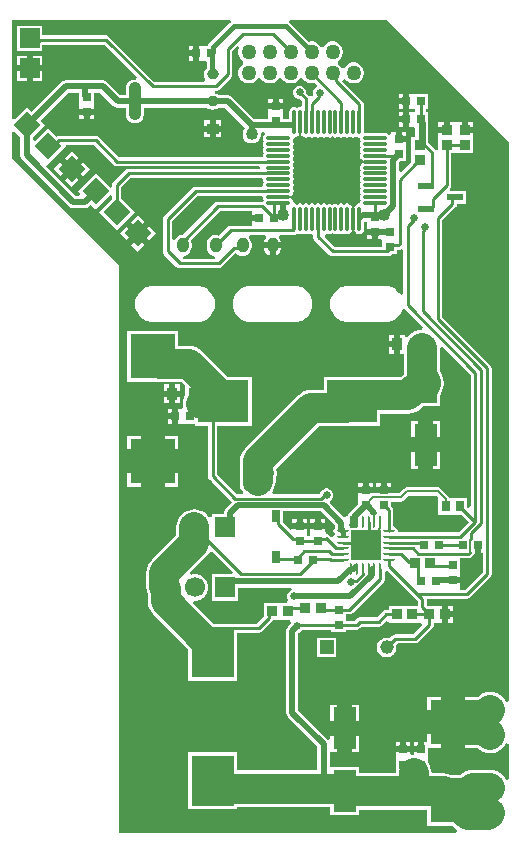
<source format=gtl>
G04*
G04 #@! TF.GenerationSoftware,Altium Limited,Altium Designer,24.7.2 (38)*
G04*
G04 Layer_Physical_Order=1*
G04 Layer_Color=255*
%FSLAX44Y44*%
%MOMM*%
G71*
G04*
G04 #@! TF.SameCoordinates,60CCB1E2-045B-4953-842A-C3EC13AC8E9E*
G04*
G04*
G04 #@! TF.FilePolarity,Positive*
G04*
G01*
G75*
%ADD13C,0.3810*%
%ADD17C,0.1778*%
%ADD19R,0.7000X0.7000*%
%ADD20R,0.7000X0.7000*%
%ADD21R,0.8500X0.9500*%
%ADD22R,0.8500X1.1000*%
G04:AMPARAMS|DCode=23|XSize=0.2425mm|YSize=1.0096mm|CornerRadius=0.1212mm|HoleSize=0mm|Usage=FLASHONLY|Rotation=270.000|XOffset=0mm|YOffset=0mm|HoleType=Round|Shape=RoundedRectangle|*
%AMROUNDEDRECTD23*
21,1,0.2425,0.7672,0,0,270.0*
21,1,0.0000,1.0096,0,0,270.0*
1,1,0.2425,-0.3836,0.0000*
1,1,0.2425,-0.3836,0.0000*
1,1,0.2425,0.3836,0.0000*
1,1,0.2425,0.3836,0.0000*
%
%ADD23ROUNDEDRECTD23*%
G04:AMPARAMS|DCode=24|XSize=1.0096mm|YSize=0.2425mm|CornerRadius=0.1212mm|HoleSize=0mm|Usage=FLASHONLY|Rotation=270.000|XOffset=0mm|YOffset=0mm|HoleType=Round|Shape=RoundedRectangle|*
%AMROUNDEDRECTD24*
21,1,1.0096,0.0000,0,0,270.0*
21,1,0.7672,0.2425,0,0,270.0*
1,1,0.2425,0.0000,-0.3836*
1,1,0.2425,0.0000,0.3836*
1,1,0.2425,0.0000,0.3836*
1,1,0.2425,0.0000,-0.3836*
%
%ADD24ROUNDEDRECTD24*%
%ADD25R,0.2425X1.0096*%
%ADD26R,1.9000X3.5500*%
%ADD27R,0.7500X0.8500*%
%ADD28R,0.7500X1.0000*%
%ADD29R,3.6000X4.3000*%
%ADD30R,4.3000X3.6000*%
%ADD31R,0.9500X0.8500*%
G04:AMPARAMS|DCode=32|XSize=1.0043mm|YSize=3.1821mm|CornerRadius=0.4369mm|HoleSize=0mm|Usage=FLASHONLY|Rotation=180.000|XOffset=0mm|YOffset=0mm|HoleType=Round|Shape=RoundedRectangle|*
%AMROUNDEDRECTD32*
21,1,1.0043,2.3084,0,0,180.0*
21,1,0.1306,3.1821,0,0,180.0*
1,1,0.8737,-0.0653,1.1542*
1,1,0.8737,0.0653,1.1542*
1,1,0.8737,0.0653,-1.1542*
1,1,0.8737,-0.0653,-1.1542*
%
%ADD32ROUNDEDRECTD32*%
G04:AMPARAMS|DCode=33|XSize=1.0043mm|YSize=0.8721mm|CornerRadius=0.4361mm|HoleSize=0mm|Usage=FLASHONLY|Rotation=180.000|XOffset=0mm|YOffset=0mm|HoleType=Round|Shape=RoundedRectangle|*
%AMROUNDEDRECTD33*
21,1,1.0043,0.0000,0,0,180.0*
21,1,0.1322,0.8721,0,0,180.0*
1,1,0.8721,-0.0661,0.0000*
1,1,0.8721,0.0661,0.0000*
1,1,0.8721,0.0661,0.0000*
1,1,0.8721,-0.0661,0.0000*
%
%ADD33ROUNDEDRECTD33*%
%ADD34R,1.0043X0.8721*%
%ADD35R,1.3500X0.6000*%
%ADD36O,0.3000X2.1000*%
%ADD37O,2.1000X0.3000*%
%ADD48R,2.5500X2.5500*%
%ADD60R,1.1500X1.1500*%
%ADD61C,1.1500*%
%ADD64O,1.0160X1.2700*%
%ADD65P,2.3349X4X90.0*%
%ADD66R,1.6510X1.6510*%
%ADD67R,1.6510X1.6510*%
%ADD68R,3.8100X3.8100*%
%ADD69R,3.8100X3.8100*%
%ADD70C,0.2540*%
%ADD71C,0.5080*%
%ADD72C,2.5400*%
%ADD73R,1.7000X1.7000*%
%ADD74C,1.7000*%
%ADD75R,1.2700X1.2700*%
%ADD76C,1.2700*%
%ADD77C,1.0160*%
%ADD78C,0.6350*%
G36*
X764498Y1121221D02*
X763875Y1120805D01*
X746570Y1103500D01*
X745588Y1102029D01*
X745339Y1100780D01*
X742140Y1100780D01*
X740108Y1100780D01*
X737720D01*
Y1094740D01*
Y1088700D01*
X740108D01*
X741220Y1088700D01*
X742736Y1088700D01*
X744173Y1087263D01*
Y1082325D01*
X743648Y1081922D01*
X742542Y1080480D01*
X741846Y1078801D01*
X741609Y1077000D01*
X741846Y1075199D01*
X742542Y1073520D01*
X743158Y1072717D01*
X742324Y1070725D01*
X742284Y1070685D01*
X700109D01*
X661877Y1108917D01*
X660617Y1109759D01*
X659130Y1110055D01*
X605155D01*
Y1118235D01*
X583565D01*
Y1096645D01*
X605155D01*
Y1102285D01*
X657521D01*
X685323Y1074483D01*
X684374Y1072559D01*
X683983Y1072610D01*
X682677D01*
X680874Y1072373D01*
X679193Y1071677D01*
X677750Y1070569D01*
X676643Y1069126D01*
X675946Y1067446D01*
X675709Y1065642D01*
Y1059279D01*
X670934D01*
X659751Y1070462D01*
X658071Y1071585D01*
X656089Y1071980D01*
X624840D01*
X624840Y1071980D01*
X622858Y1071585D01*
X621177Y1070462D01*
X595791Y1045076D01*
X591820Y1049046D01*
X581694Y1038921D01*
X579817Y1039699D01*
Y1095375D01*
Y1123253D01*
X763882D01*
X764498Y1121221D01*
D02*
G37*
G36*
X1000063Y1019739D02*
Y867410D01*
X1000063Y546520D01*
X998031Y546011D01*
X997237Y547496D01*
X995332Y549817D01*
X993012Y551721D01*
X990364Y553136D01*
X987492Y554007D01*
X984504Y554302D01*
X981516Y554007D01*
X978644Y553136D01*
X975996Y551721D01*
X973879Y549984D01*
X962660D01*
Y546652D01*
X942340D01*
Y549910D01*
X930910D01*
Y538480D01*
X934168D01*
Y518160D01*
X930910D01*
Y511650D01*
X928370D01*
Y505610D01*
X925830D01*
Y503070D01*
X919790D01*
Y501214D01*
X918280Y500763D01*
X916630Y502085D01*
Y503070D01*
X910590D01*
X904550D01*
Y499570D01*
X904550Y499570D01*
Y498650D01*
X904550D01*
X904550Y497538D01*
Y488423D01*
X904461Y488128D01*
X904174Y485214D01*
X873100D01*
Y490530D01*
X849020D01*
X848459Y492330D01*
Y501150D01*
X849020Y502950D01*
X850491Y502950D01*
X854710D01*
Y516890D01*
X849020D01*
Y514281D01*
X846988Y513664D01*
X846943Y513732D01*
X821924Y538751D01*
Y556245D01*
Y603779D01*
X822365Y604220D01*
X823657Y604755D01*
X825265Y606363D01*
X825461Y606835D01*
X849940D01*
Y604680D01*
X862020D01*
Y606835D01*
X871198D01*
X872684Y607131D01*
X873944Y607973D01*
X875497Y609525D01*
X890142D01*
X891629Y609821D01*
X892889Y610663D01*
X896538Y614312D01*
X898570Y613470D01*
Y612470D01*
X925150D01*
Y612470D01*
X926035D01*
X926787Y610655D01*
X919178Y603047D01*
X903962D01*
X902476Y602751D01*
X901215Y601909D01*
X899056Y599750D01*
X897711Y600110D01*
X895529D01*
X893420Y599545D01*
X891530Y598454D01*
X889986Y596910D01*
X888895Y595020D01*
X888330Y592911D01*
Y590729D01*
X888895Y588620D01*
X889986Y586730D01*
X891530Y585186D01*
X893420Y584095D01*
X895529Y583530D01*
X897711D01*
X899820Y584095D01*
X901710Y585186D01*
X903254Y586730D01*
X904345Y588620D01*
X904910Y590729D01*
Y592911D01*
X904727Y593595D01*
X906132Y595277D01*
X920787D01*
X922274Y595573D01*
X923534Y596415D01*
X935572Y608453D01*
X936414Y609713D01*
X936710Y611200D01*
Y612470D01*
X943285D01*
Y619760D01*
Y627050D01*
X931029D01*
X930640Y627439D01*
Y632805D01*
X930877Y633094D01*
X964639D01*
X966125Y633390D01*
X967385Y634232D01*
X984457Y651303D01*
X985299Y652563D01*
X985595Y654050D01*
Y828040D01*
X985299Y829527D01*
X984457Y830787D01*
X943685Y871559D01*
Y953431D01*
X955005Y964751D01*
X955847Y966011D01*
X956099Y967280D01*
X963630D01*
Y978360D01*
X950943D01*
X950490Y979453D01*
X950273Y980392D01*
X951009Y981493D01*
X951305Y982980D01*
Y1010330D01*
X954710D01*
Y1010330D01*
X955370D01*
Y1010330D01*
X969950D01*
Y1023330D01*
Y1027580D01*
X962660D01*
Y1030120D01*
X960120D01*
Y1036910D01*
X955370D01*
Y1036910D01*
X954710D01*
Y1036910D01*
X949960D01*
Y1030120D01*
X947420D01*
Y1027580D01*
X940130D01*
Y1023330D01*
Y1013060D01*
X939476Y1012825D01*
X938098Y1012722D01*
X937467Y1013667D01*
X932095Y1019039D01*
Y1036630D01*
X932020Y1037005D01*
Y1044900D01*
X929865D01*
Y1048060D01*
X932020D01*
Y1060140D01*
X921052D01*
X919940Y1060140D01*
X917908Y1060140D01*
X915520D01*
Y1054100D01*
Y1048060D01*
X917908D01*
X919020Y1048060D01*
X920658Y1048060D01*
X920861Y1047858D01*
Y1045102D01*
X920658Y1044900D01*
X919940D01*
X917908Y1044900D01*
X915520D01*
Y1038860D01*
Y1032820D01*
X917908D01*
X919020Y1032820D01*
X920675Y1031911D01*
Y1024210D01*
X917270D01*
Y1010630D01*
Y1002624D01*
X908949Y994303D01*
X907072Y995080D01*
Y1002467D01*
X908065Y1003460D01*
X912820D01*
Y1014428D01*
X912820Y1015540D01*
X912820Y1017572D01*
Y1019960D01*
X906780D01*
Y1022500D01*
X904240D01*
Y1028540D01*
X900740D01*
Y1026746D01*
X898733Y1026093D01*
X897396Y1026986D01*
X895820Y1027299D01*
X879429D01*
X877759Y1027619D01*
X877439Y1029289D01*
Y1045680D01*
X877205Y1046859D01*
Y1052000D01*
X876909Y1053487D01*
X876067Y1054747D01*
X859009Y1071805D01*
X859330Y1072580D01*
X861566Y1072771D01*
X863221Y1071116D01*
X865249Y1069946D01*
X867510Y1069340D01*
X869850D01*
X872111Y1069946D01*
X874139Y1071116D01*
X875794Y1072771D01*
X876964Y1074799D01*
X877570Y1077060D01*
Y1079400D01*
X876964Y1081661D01*
X875794Y1083689D01*
X874139Y1085344D01*
X872111Y1086514D01*
X869850Y1087120D01*
X867510D01*
X865249Y1086514D01*
X863221Y1085344D01*
X861566Y1083689D01*
X860951Y1082623D01*
X858629D01*
X858014Y1083689D01*
X856359Y1085344D01*
X855293Y1085959D01*
Y1088281D01*
X856359Y1088896D01*
X858014Y1090551D01*
X859184Y1092579D01*
X859790Y1094840D01*
Y1097180D01*
X859184Y1099441D01*
X858014Y1101469D01*
X856359Y1103124D01*
X854331Y1104294D01*
X852070Y1104900D01*
X849730D01*
X847469Y1104294D01*
X845441Y1103124D01*
X843786Y1101469D01*
X843171Y1100403D01*
X840849D01*
X840234Y1101469D01*
X838579Y1103124D01*
X836551Y1104294D01*
X834290Y1104900D01*
X831950D01*
X830916Y1104623D01*
X814735Y1120805D01*
X814112Y1121221D01*
X814728Y1123253D01*
X896549D01*
X1000063Y1019739D01*
D02*
G37*
G36*
X771820Y1100002D02*
X771496Y1099441D01*
X770890Y1097180D01*
Y1094840D01*
X771496Y1092579D01*
X772666Y1090551D01*
X774321Y1088896D01*
X775387Y1088281D01*
Y1085959D01*
X774321Y1085344D01*
X772666Y1083689D01*
X771496Y1081661D01*
X770890Y1079400D01*
Y1077060D01*
X771496Y1074799D01*
X772666Y1072771D01*
X774321Y1071116D01*
X776349Y1069946D01*
X778610Y1069340D01*
X780950D01*
X783211Y1069946D01*
X785239Y1071116D01*
X786894Y1072771D01*
X787509Y1073837D01*
X789831D01*
X790446Y1072771D01*
X792101Y1071116D01*
X794129Y1069946D01*
X796390Y1069340D01*
X798730D01*
X800991Y1069946D01*
X803019Y1071116D01*
X804674Y1072771D01*
X805289Y1073837D01*
X807611D01*
X808226Y1072771D01*
X809881Y1071116D01*
X811909Y1069946D01*
X814170Y1069340D01*
X816510D01*
X818771Y1069946D01*
X820799Y1071116D01*
X822454Y1072771D01*
X823069Y1073837D01*
X825391D01*
X826006Y1072771D01*
X827661Y1071116D01*
X829689Y1069946D01*
X831950Y1069340D01*
X834290D01*
X836046Y1069810D01*
X837679Y1068177D01*
X837339Y1066468D01*
X836960Y1066022D01*
X835401Y1064463D01*
X834531Y1062363D01*
Y1060089D01*
X834700Y1059680D01*
X833520Y1058379D01*
X831444Y1058640D01*
X831265Y1058909D01*
X828675Y1061499D01*
Y1062857D01*
X827805Y1064957D01*
X826197Y1066565D01*
X824097Y1067435D01*
X821823D01*
X819723Y1066565D01*
X818115Y1064957D01*
X817245Y1062857D01*
Y1060583D01*
X818115Y1058483D01*
X819723Y1056875D01*
X821823Y1056005D01*
X823181D01*
X824633Y1054553D01*
Y1050877D01*
X823320Y1049799D01*
X821744Y1049486D01*
X820820Y1048868D01*
X819896Y1049486D01*
X818320Y1049799D01*
X816744Y1049486D01*
X815407Y1048593D01*
X814514Y1047256D01*
X814201Y1045680D01*
Y1038960D01*
X810117D01*
X808680Y1040396D01*
X808680Y1043480D01*
X808680Y1045512D01*
Y1047900D01*
X802640D01*
X796600D01*
Y1045512D01*
X796600Y1044400D01*
X796600Y1042368D01*
Y1038960D01*
X784465D01*
X765663Y1057763D01*
X763982Y1058885D01*
X762000Y1059279D01*
X754476D01*
X753371Y1060128D01*
X751692Y1060823D01*
X751234Y1060883D01*
X751367Y1062915D01*
X751840D01*
X753327Y1063211D01*
X754587Y1064053D01*
X764747Y1074213D01*
X765589Y1075473D01*
X765885Y1076960D01*
Y1096941D01*
X770194Y1101250D01*
X771820Y1100002D01*
D02*
G37*
G36*
X665126Y1050437D02*
X666807Y1049315D01*
X668789Y1048921D01*
X675709D01*
Y1042558D01*
X675946Y1040754D01*
X676643Y1039074D01*
X677750Y1037631D01*
X679193Y1036523D01*
X680874Y1035827D01*
X682677Y1035590D01*
X683983D01*
X685786Y1035827D01*
X687467Y1036523D01*
X688910Y1037631D01*
X690017Y1039074D01*
X690714Y1040754D01*
X690951Y1042558D01*
Y1048921D01*
X743984D01*
X745089Y1048072D01*
X746768Y1047377D01*
X748569Y1047140D01*
X749891D01*
X751692Y1047377D01*
X753371Y1048072D01*
X754476Y1048921D01*
X759855D01*
X777079Y1031696D01*
X776223Y1030839D01*
X775219Y1029101D01*
X774700Y1027163D01*
Y1025157D01*
X775219Y1023219D01*
X776223Y1021481D01*
X777641Y1020062D01*
X779379Y1019059D01*
X781317Y1018540D01*
X783323D01*
X785261Y1019059D01*
X786999Y1020062D01*
X788418Y1021481D01*
X789421Y1023219D01*
X789940Y1025157D01*
Y1027163D01*
X791043Y1028600D01*
X793003D01*
X793619Y1026569D01*
X792907Y1026093D01*
X792014Y1024756D01*
X791701Y1023180D01*
X792014Y1021604D01*
X792632Y1020680D01*
X792014Y1019756D01*
X791701Y1018180D01*
X792014Y1016604D01*
X792632Y1015680D01*
X792014Y1014756D01*
X791701Y1013180D01*
X792014Y1011604D01*
X792632Y1010680D01*
X792014Y1009756D01*
X791701Y1008180D01*
X790786Y1007065D01*
X669749D01*
X652987Y1023827D01*
X651727Y1024669D01*
X650240Y1024965D01*
X619478D01*
X617992Y1024669D01*
X616916Y1023950D01*
X609600Y1031266D01*
X598877Y1020543D01*
X597000Y1021321D01*
Y1023693D01*
X607086Y1033780D01*
X603116Y1037751D01*
X626985Y1061620D01*
X636277D01*
X636480Y1060597D01*
Y1059020D01*
X636580Y1058520D01*
Y1053132D01*
X636580Y1052020D01*
X636580Y1049988D01*
Y1047600D01*
X642620D01*
X648660D01*
Y1049988D01*
X648660Y1051100D01*
X648660Y1053132D01*
Y1061620D01*
X653943D01*
X665126Y1050437D01*
D02*
G37*
G36*
X824200Y1027680D02*
X824514Y1026103D01*
X825407Y1024767D01*
X825819Y1024491D01*
X825820Y1024492D01*
X826744Y1023874D01*
X828320Y1023561D01*
X829896Y1023874D01*
X830820Y1024492D01*
X831744Y1023874D01*
X833320Y1023561D01*
X834896Y1023874D01*
X835820Y1024492D01*
X836744Y1023874D01*
X838320Y1023561D01*
X839896Y1023874D01*
X840820Y1024492D01*
X841744Y1023874D01*
X843320Y1023561D01*
X844896Y1023874D01*
X845820Y1024492D01*
X846744Y1023874D01*
X848320Y1023561D01*
X849896Y1023874D01*
X850820Y1024492D01*
X851744Y1023874D01*
X853320Y1023561D01*
X854896Y1023874D01*
X855820Y1024492D01*
X856744Y1023874D01*
X858320Y1023561D01*
X859896Y1023874D01*
X860820Y1024492D01*
X861744Y1023874D01*
X863320Y1023561D01*
X864896Y1023874D01*
X865820Y1024492D01*
X866744Y1023874D01*
X868320Y1023561D01*
X869896Y1023874D01*
X870820Y1024492D01*
X871744Y1023874D01*
X873320Y1023561D01*
X873701Y1023180D01*
X874014Y1021604D01*
X874632Y1020680D01*
X874014Y1019756D01*
X873701Y1018180D01*
X874014Y1016604D01*
X874632Y1015680D01*
X874014Y1014756D01*
X873701Y1013180D01*
X874014Y1011604D01*
X874632Y1010680D01*
X874014Y1009756D01*
X873701Y1008180D01*
X874014Y1006604D01*
X874632Y1005680D01*
X874631Y1005679D01*
X874907Y1005267D01*
X876243Y1004374D01*
X877820Y1004060D01*
X886820D01*
Y1002300D01*
X877820D01*
X876243Y1001986D01*
X874907Y1001093D01*
X874631Y1000680D01*
X874632Y1000680D01*
X874014Y999756D01*
X873701Y998180D01*
X874014Y996604D01*
X874632Y995680D01*
X874014Y994756D01*
X873701Y993180D01*
X874014Y991604D01*
X874632Y990680D01*
X874014Y989756D01*
X873701Y988180D01*
X874014Y986604D01*
X874632Y985680D01*
X874014Y984756D01*
X873701Y983180D01*
X874014Y981604D01*
X874632Y980680D01*
X874014Y979756D01*
X873701Y978180D01*
X874014Y976604D01*
X874632Y975680D01*
X874014Y974756D01*
X873701Y973180D01*
X874014Y971604D01*
X874632Y970680D01*
X874014Y969756D01*
X873701Y968180D01*
X873320Y967799D01*
X871744Y967486D01*
X870820Y966868D01*
X870819Y966869D01*
X870407Y966593D01*
X869514Y965257D01*
X869200Y963680D01*
Y954680D01*
Y945680D01*
X869514Y944103D01*
X870407Y942767D01*
X870820Y942491D01*
X870820Y942492D01*
X871744Y941874D01*
X873320Y941561D01*
X874896Y941874D01*
X876233Y942767D01*
X877126Y944104D01*
X877439Y945680D01*
Y952401D01*
X880295D01*
X880420Y950420D01*
X880420Y949500D01*
X880420D01*
X880420Y949500D01*
Y946000D01*
X886460D01*
Y943460D01*
X889000D01*
Y937420D01*
X891345D01*
X892661Y936961D01*
X893120Y935645D01*
Y930985D01*
X852509D01*
X844120Y939373D01*
X844604Y941339D01*
X846418Y942092D01*
X846744Y941874D01*
X848320Y941561D01*
X849896Y941874D01*
X850820Y942492D01*
X851744Y941874D01*
X853320Y941561D01*
X854896Y941874D01*
X855820Y942492D01*
X856744Y941874D01*
X858320Y941561D01*
X859896Y941874D01*
X860820Y942492D01*
X861744Y941874D01*
X863320Y941561D01*
X864896Y941874D01*
X865820Y942492D01*
X865820Y942491D01*
X866233Y942767D01*
X867126Y944103D01*
X867440Y945680D01*
Y954680D01*
Y963680D01*
X867126Y965257D01*
X866233Y966593D01*
X865820Y966869D01*
X865820Y966868D01*
X864896Y967486D01*
X863320Y967799D01*
X861744Y967486D01*
X860820Y966868D01*
X859896Y967486D01*
X858320Y967799D01*
X856744Y967486D01*
X855820Y966868D01*
X854896Y967486D01*
X853320Y967799D01*
X851744Y967486D01*
X850820Y966868D01*
X849896Y967486D01*
X848320Y967799D01*
X846744Y967486D01*
X845820Y966868D01*
X844896Y967486D01*
X843320Y967799D01*
X841744Y967486D01*
X840820Y966868D01*
X839896Y967486D01*
X838320Y967799D01*
X836744Y967486D01*
X835820Y966868D01*
X834896Y967486D01*
X833320Y967799D01*
X831744Y967486D01*
X830820Y966868D01*
X829896Y967486D01*
X828320Y967799D01*
X826744Y967486D01*
X825820Y966868D01*
X824896Y967486D01*
X823320Y967799D01*
X821744Y967486D01*
X820820Y966868D01*
X819896Y967486D01*
X818320Y967799D01*
X817939Y968180D01*
X817626Y969756D01*
X817008Y970680D01*
X817009Y970680D01*
X816733Y971093D01*
X815397Y971986D01*
X813820Y972300D01*
X804820D01*
Y974060D01*
X813820D01*
X815397Y974374D01*
X816733Y975267D01*
X817009Y975679D01*
X817008Y975680D01*
X817626Y976604D01*
X817939Y978180D01*
X817626Y979756D01*
X817008Y980680D01*
X817626Y981604D01*
X817939Y983180D01*
X817626Y984756D01*
X817008Y985680D01*
X817626Y986604D01*
X817939Y988180D01*
X817626Y989756D01*
X817008Y990680D01*
X817626Y991604D01*
X817939Y993180D01*
X817626Y994756D01*
X817008Y995680D01*
X817626Y996604D01*
X817939Y998180D01*
X817626Y999756D01*
X817008Y1000680D01*
X817626Y1001604D01*
X817939Y1003180D01*
X817626Y1004756D01*
X817008Y1005680D01*
X817626Y1006604D01*
X817939Y1008180D01*
X817626Y1009756D01*
X817008Y1010680D01*
X817626Y1011604D01*
X817939Y1013180D01*
X817626Y1014756D01*
X817008Y1015680D01*
X817626Y1016604D01*
X817939Y1018180D01*
X817626Y1019756D01*
X817008Y1020680D01*
X817626Y1021604D01*
X817939Y1023180D01*
X818320Y1023561D01*
X819896Y1023874D01*
X820820Y1024492D01*
X820820Y1024491D01*
X821233Y1024767D01*
X822126Y1026103D01*
X822440Y1027680D01*
Y1036680D01*
X824200D01*
Y1027680D01*
D02*
G37*
G36*
X665393Y1000433D02*
X666653Y999591D01*
X668140Y999295D01*
X788987D01*
X789630Y998180D01*
X788987Y997065D01*
X678220D01*
X676733Y996769D01*
X675473Y995927D01*
X665273Y985727D01*
X664431Y984467D01*
X664135Y982980D01*
Y981926D01*
X662258Y981148D01*
X650240Y993166D01*
X634974Y977900D01*
X636913Y975960D01*
X636135Y974083D01*
X633442D01*
X608274Y999251D01*
X609600Y1000734D01*
X624866Y1016000D01*
Y1016000D01*
X625362Y1017195D01*
X648631D01*
X665393Y1000433D01*
D02*
G37*
G36*
X791701Y973180D02*
X792014Y971604D01*
X792574Y970767D01*
X792313Y970203D01*
X792014Y969756D01*
X791945Y969408D01*
X791759Y969005D01*
X791360Y969085D01*
X753588D01*
X752102Y968789D01*
X750841Y967947D01*
X724015Y941121D01*
X723900Y941136D01*
X721911Y940874D01*
X720057Y940106D01*
X718465Y938885D01*
X717244Y937293D01*
X717117Y936986D01*
X715085Y937390D01*
Y952777D01*
X736603Y974295D01*
X790786D01*
X791701Y973180D01*
D02*
G37*
G36*
X782480Y961080D02*
Y957580D01*
X788520D01*
Y952500D01*
X782480D01*
Y949000D01*
X780546Y948765D01*
X764540D01*
X763053Y948469D01*
X761793Y947627D01*
X754686Y940519D01*
X753829Y940874D01*
X751840Y941136D01*
X749851Y940874D01*
X747997Y940106D01*
X746405Y938885D01*
X745184Y937293D01*
X744416Y935439D01*
X744154Y933450D01*
Y930910D01*
X744416Y928921D01*
X745184Y927067D01*
X746405Y925475D01*
X747997Y924254D01*
X749851Y923486D01*
X750525Y923397D01*
X751559Y921212D01*
X751318Y920825D01*
X724422D01*
X724181Y921212D01*
X725215Y923397D01*
X725889Y923486D01*
X727743Y924254D01*
X729335Y925475D01*
X730556Y927067D01*
X731324Y928921D01*
X731586Y930910D01*
Y933450D01*
X731324Y935439D01*
X730737Y936855D01*
X755197Y961315D01*
X780546D01*
X782480Y961080D01*
D02*
G37*
G36*
X586641Y1023693D02*
Y1008380D01*
X587035Y1006398D01*
X588158Y1004717D01*
X627634Y965241D01*
X629314Y964118D01*
X631296Y963724D01*
X641244D01*
X643226Y964118D01*
X644906Y965241D01*
X646269Y966604D01*
X650240Y962634D01*
X662258Y974652D01*
X664135Y973874D01*
Y971502D01*
X652754Y960120D01*
X668020Y944854D01*
X683286Y960120D01*
X671905Y971502D01*
Y981371D01*
X679829Y989295D01*
X790786D01*
X791701Y988180D01*
X792014Y986604D01*
X792632Y985680D01*
X792014Y984756D01*
X791701Y983180D01*
X790786Y982065D01*
X734994D01*
X733507Y981769D01*
X732247Y980927D01*
X708453Y957133D01*
X707611Y955873D01*
X707315Y954386D01*
Y927100D01*
X707611Y925613D01*
X708453Y924353D01*
X718613Y914193D01*
X719873Y913351D01*
X721360Y913055D01*
X754380D01*
X755867Y913351D01*
X757127Y914193D01*
X768462Y925528D01*
X769265Y925475D01*
X770857Y924254D01*
X772711Y923486D01*
X774700Y923224D01*
X776689Y923486D01*
X778543Y924254D01*
X780135Y925475D01*
X781356Y927067D01*
X782124Y928921D01*
X782386Y930910D01*
Y933450D01*
X782124Y935439D01*
X781356Y937293D01*
X780135Y938885D01*
X780032Y938963D01*
X780722Y940995D01*
X794078D01*
X794768Y938963D01*
X794665Y938885D01*
X793444Y937293D01*
X792676Y935439D01*
X792581Y934720D01*
X800100D01*
X807619D01*
X807524Y935439D01*
X806756Y937293D01*
X805535Y938885D01*
X805432Y938963D01*
X806122Y940995D01*
X817395D01*
X818882Y941291D01*
X819695Y941834D01*
X819896Y941874D01*
X820820Y942492D01*
X821744Y941874D01*
X823320Y941561D01*
X824896Y941874D01*
X825820Y942492D01*
X826744Y941874D01*
X828320Y941561D01*
X829896Y941874D01*
X830820Y942492D01*
X831744Y941874D01*
X833320Y941561D01*
X834435Y940646D01*
Y939680D01*
X834731Y938193D01*
X835573Y936933D01*
X848153Y924353D01*
X849413Y923511D01*
X850900Y923215D01*
X897982D01*
X899469Y923511D01*
X900729Y924353D01*
X900974Y924720D01*
X905200D01*
Y928295D01*
X906344D01*
X907831Y928591D01*
X908483Y929027D01*
X910515Y928186D01*
Y891026D01*
X908483Y890482D01*
X907755Y891743D01*
X907532Y891998D01*
X907344Y892279D01*
X904979Y894644D01*
X904697Y894832D01*
X904443Y895055D01*
X901547Y896727D01*
X901226Y896836D01*
X900922Y896986D01*
X897692Y897851D01*
X897354Y897874D01*
X897022Y897940D01*
X862563D01*
X862231Y897874D01*
X861893Y897851D01*
X858663Y896986D01*
X858359Y896836D01*
X858038Y896727D01*
X855142Y895055D01*
X854887Y894832D01*
X854606Y894644D01*
X852241Y892279D01*
X852053Y891998D01*
X851830Y891743D01*
X850158Y888847D01*
X850049Y888526D01*
X849899Y888222D01*
X849034Y884992D01*
X849011Y884654D01*
X848945Y884322D01*
Y880978D01*
X849011Y880646D01*
X849034Y880308D01*
X849899Y877078D01*
X850049Y876774D01*
X850158Y876453D01*
X851830Y873557D01*
X852053Y873303D01*
X852241Y873021D01*
X854606Y870656D01*
X854887Y870468D01*
X855142Y870245D01*
X858038Y868573D01*
X858359Y868464D01*
X858663Y868314D01*
X861893Y867449D01*
X862231Y867426D01*
X862563Y867360D01*
X897022D01*
X897354Y867426D01*
X897692Y867449D01*
X900922Y868314D01*
X901226Y868464D01*
X901547Y868573D01*
X904443Y870245D01*
X904697Y870468D01*
X904979Y870656D01*
X907344Y873021D01*
X907532Y873303D01*
X907755Y873557D01*
X909427Y876453D01*
X909536Y876774D01*
X909686Y877078D01*
X909847Y877679D01*
X910441Y877992D01*
X912090Y878197D01*
X927461Y862825D01*
X926539Y860874D01*
X926440Y860884D01*
X923452Y860590D01*
X920580Y859718D01*
X917932Y858303D01*
X915612Y856398D01*
X913972Y854401D01*
X912788Y854587D01*
X911940Y855056D01*
Y856400D01*
X907690D01*
Y848360D01*
Y840320D01*
X911126D01*
Y823026D01*
X910143Y822218D01*
X908418Y820494D01*
X891340D01*
Y820640D01*
X843260D01*
Y810114D01*
X832900D01*
X829912Y809819D01*
X827040Y808948D01*
X824392Y807533D01*
X822072Y805628D01*
X782922Y766479D01*
X776572Y760128D01*
X774667Y757808D01*
X773252Y755160D01*
X772381Y752288D01*
X772086Y749300D01*
Y732790D01*
X772205Y731587D01*
X772160Y731420D01*
Y729080D01*
X772766Y726819D01*
X773936Y724791D01*
X775261Y723467D01*
X774982Y722254D01*
X774375Y721435D01*
X769959D01*
X753185Y738209D01*
Y779560D01*
X782340D01*
Y820640D01*
X762263D01*
X762243Y820664D01*
X740229Y842679D01*
X737908Y844583D01*
X735260Y845998D01*
X732388Y846870D01*
X729400Y847164D01*
X720090D01*
Y859790D01*
X676910D01*
Y816610D01*
X704101D01*
X704850Y816536D01*
X723057D01*
X726360Y813233D01*
Y805980D01*
X724992Y803420D01*
X724120Y800548D01*
X723826Y797560D01*
X724039Y795401D01*
X724061Y795149D01*
X722905Y793799D01*
X722341Y793440D01*
X719790D01*
Y787400D01*
Y781360D01*
X722178D01*
X723290Y781360D01*
X725322Y781360D01*
X734260D01*
Y779560D01*
X745415D01*
Y736600D01*
X745711Y735113D01*
X746553Y733853D01*
X765603Y714803D01*
X765630Y714535D01*
X760796Y709701D01*
X759673Y708020D01*
X759279Y706038D01*
Y704460D01*
X748420D01*
Y702939D01*
X747807Y702580D01*
X746388Y702299D01*
X744789Y704249D01*
X742468Y706153D01*
X739820Y707568D01*
X736948Y708439D01*
X733960Y708734D01*
X730972Y708439D01*
X728100Y707568D01*
X725452Y706153D01*
X723131Y704249D01*
X721227Y701928D01*
X719812Y699280D01*
X718941Y696408D01*
X718646Y693420D01*
Y686963D01*
X697731Y666049D01*
X695827Y663728D01*
X694412Y661080D01*
X693540Y658208D01*
X693246Y655220D01*
Y642620D01*
X693540Y639632D01*
X694244Y637313D01*
Y631142D01*
X694538Y628154D01*
X695410Y625282D01*
X696825Y622634D01*
X698729Y620313D01*
X728760Y590283D01*
Y563860D01*
X769840D01*
Y604245D01*
X788470D01*
X789957Y604541D01*
X791217Y605383D01*
X799717Y613883D01*
X800470Y615010D01*
X814874D01*
X815716Y612978D01*
X815575Y612837D01*
X815040Y611544D01*
X813082Y609587D01*
X811959Y607907D01*
X811565Y605925D01*
Y556245D01*
Y555392D01*
X811455Y554840D01*
Y538010D01*
X811565Y537458D01*
Y536605D01*
X811959Y534623D01*
X813082Y532943D01*
X813082Y532943D01*
X838101Y507925D01*
Y487709D01*
X769840D01*
Y502940D01*
X728760D01*
Y454860D01*
X769840D01*
Y457081D01*
X849020D01*
Y449950D01*
X873100D01*
Y454586D01*
X930910D01*
Y440690D01*
X952433D01*
X954371Y438751D01*
X956422Y437069D01*
X956312Y436103D01*
X955768Y435037D01*
X669987D01*
Y914400D01*
X669741Y915639D01*
X669039Y916689D01*
X579817Y1005911D01*
Y1027861D01*
X581694Y1028639D01*
X586641Y1023693D01*
D02*
G37*
G36*
X967695Y822591D02*
Y711322D01*
X965663Y710326D01*
X964790Y711003D01*
Y717990D01*
X949970D01*
X949730Y719195D01*
X948972Y720330D01*
X942930Y726372D01*
X941795Y727130D01*
X940457Y727396D01*
X913797D01*
X913796Y727396D01*
X912459Y727130D01*
X911324Y726372D01*
X911324Y726372D01*
X907347Y722395D01*
X900120D01*
Y722780D01*
X894080D01*
X888040D01*
Y722395D01*
X885419D01*
X884950Y722780D01*
X878840D01*
X872800D01*
Y719280D01*
X872800Y719280D01*
Y718360D01*
X872800D01*
X872800Y717248D01*
Y713605D01*
X865017Y705823D01*
X864215Y704621D01*
X863635Y704234D01*
X862858Y703072D01*
X862785Y702987D01*
X860622Y702434D01*
X848745Y714311D01*
X849057Y715880D01*
X850665Y717488D01*
X851535Y719588D01*
Y721862D01*
X850665Y723962D01*
X849057Y725570D01*
X846957Y726440D01*
X844683D01*
X842583Y725570D01*
X840975Y723962D01*
X840146Y721961D01*
X839930Y721817D01*
X839548Y721435D01*
X800425D01*
X799464Y723467D01*
X800133Y724282D01*
X801548Y726930D01*
X802420Y729802D01*
X802714Y732790D01*
Y734686D01*
X803304Y735709D01*
X803910Y737970D01*
Y740310D01*
X803304Y742571D01*
X802947Y743190D01*
X804578Y744821D01*
X839243Y779486D01*
X862000D01*
X862749Y779560D01*
X891340D01*
Y789866D01*
X914761D01*
X917749Y790161D01*
X920621Y791032D01*
X923269Y792447D01*
X925590Y794352D01*
X927388Y796150D01*
X941680D01*
Y805238D01*
X942373Y806082D01*
X943788Y808730D01*
X944660Y811602D01*
X944954Y814590D01*
Y816440D01*
X944660Y819428D01*
X943788Y822300D01*
X942373Y824948D01*
X941754Y825702D01*
Y845570D01*
X941744Y845669D01*
X943695Y846591D01*
X967695Y822591D01*
D02*
G37*
G36*
X940565Y718848D02*
X940210Y717990D01*
X940210D01*
Y704410D01*
X959796D01*
X966086Y698120D01*
X957531Y689565D01*
X906929D01*
X906014Y690680D01*
X905723Y692144D01*
X904894Y693385D01*
X903652Y694215D01*
X902237Y694496D01*
Y708047D01*
X901941Y709534D01*
X901099Y710794D01*
X900120Y711774D01*
Y715403D01*
X908795D01*
X910133Y715669D01*
X911268Y716427D01*
X915245Y720404D01*
X939009D01*
X940565Y718848D01*
D02*
G37*
G36*
X852975Y695431D02*
X852865Y693438D01*
X852786Y693385D01*
X851957Y692144D01*
X851666Y690680D01*
X851957Y689216D01*
X852649Y688180D01*
X851957Y687144D01*
X851800Y686355D01*
X849971Y685570D01*
X849727Y685555D01*
X848195Y687087D01*
X846934Y687929D01*
X845989Y688117D01*
X845356Y688364D01*
X844240Y690056D01*
Y692300D01*
X838200D01*
X832160D01*
Y689912D01*
X832160Y688800D01*
X832160Y687161D01*
X831032Y686033D01*
X829881Y686281D01*
X829000Y687161D01*
Y687880D01*
X829000D01*
Y688800D01*
X829000D01*
Y692300D01*
X822960D01*
X816754D01*
X815043Y691591D01*
X808930Y697704D01*
Y707290D01*
X841116D01*
X852975Y695431D01*
D02*
G37*
G36*
X976780Y672140D02*
X977825D01*
Y655659D01*
X963029Y640863D01*
X958818D01*
X958540Y642780D01*
X958540Y642895D01*
Y646280D01*
X952500D01*
Y651360D01*
X958540D01*
Y653748D01*
X958540Y654860D01*
X958540Y656892D01*
Y667493D01*
X966108D01*
X967594Y667789D01*
X968855Y668631D01*
X970151Y669927D01*
X970993Y671188D01*
X971182Y672140D01*
X971700D01*
Y678180D01*
X976780D01*
Y672140D01*
D02*
G37*
G36*
X919835Y634232D02*
X922870Y631196D01*
Y627050D01*
X898570D01*
Y623645D01*
X896492D01*
X895006Y623349D01*
X893745Y622507D01*
X888533Y617295D01*
X873888D01*
X872401Y616999D01*
X871141Y616157D01*
X869589Y614605D01*
X862020D01*
Y616760D01*
X862020D01*
Y617680D01*
X862020D01*
Y619835D01*
X865020D01*
X866507Y620131D01*
X867767Y620973D01*
X894087Y647293D01*
X894929Y648553D01*
X895225Y650040D01*
Y655968D01*
X897257Y656810D01*
X919835Y634232D01*
D02*
G37*
G36*
X766349Y655537D02*
X765571Y653660D01*
X748520D01*
Y631580D01*
X770600D01*
Y642521D01*
X815792D01*
X816196Y640489D01*
X814643Y639845D01*
X813035Y638237D01*
X812165Y636137D01*
Y633863D01*
X813035Y631763D01*
X813176Y631622D01*
X812334Y629590D01*
X793160D01*
Y619195D01*
X793085Y618820D01*
Y618239D01*
X786861Y612015D01*
X766030D01*
X765655Y611940D01*
X750417D01*
X732809Y629548D01*
X733651Y631580D01*
X735513D01*
X738321Y632332D01*
X740839Y633786D01*
X742894Y635841D01*
X744348Y638359D01*
X745100Y641167D01*
Y644073D01*
X744348Y646881D01*
X742894Y649399D01*
X740839Y651454D01*
X738321Y652908D01*
X735513Y653660D01*
X732607D01*
X731137Y653266D01*
X730085Y655088D01*
X744788Y669791D01*
X744789Y669791D01*
X746693Y672112D01*
X746962Y672616D01*
X748972Y672914D01*
X766349Y655537D01*
D02*
G37*
G36*
X1000063Y510120D02*
Y480480D01*
X998031Y479971D01*
X997237Y481456D01*
X995332Y483777D01*
X995079Y484030D01*
X992758Y485935D01*
X990110Y487350D01*
X987238Y488222D01*
X984250Y488516D01*
X969809D01*
X966822Y488222D01*
X963949Y487350D01*
X961301Y485935D01*
X958981Y484030D01*
X958981Y484030D01*
X958894Y483944D01*
X958850D01*
X958101Y483870D01*
X951073D01*
X950740Y484048D01*
X947868Y484920D01*
X944880Y485214D01*
X934787D01*
X934500Y488128D01*
X933628Y491000D01*
X932213Y493648D01*
X931870Y494066D01*
Y497538D01*
X931870Y498650D01*
X931870D01*
Y499570D01*
X931870D01*
Y506730D01*
X942340D01*
Y509988D01*
X962660D01*
Y506656D01*
X973879D01*
X975996Y504919D01*
X978644Y503504D01*
X981516Y502632D01*
X984504Y502338D01*
X987492Y502632D01*
X990364Y503504D01*
X993012Y504919D01*
X995332Y506824D01*
X997237Y509144D01*
X998031Y510629D01*
X1000063Y510120D01*
D02*
G37*
%LPC*%
G36*
X732640Y1100780D02*
X729140D01*
Y1097280D01*
X732640D01*
Y1100780D01*
D02*
G37*
G36*
Y1092200D02*
X729140D01*
Y1088700D01*
X732640D01*
Y1092200D01*
D02*
G37*
G36*
X605155Y1092835D02*
X596900D01*
Y1084580D01*
X605155D01*
Y1092835D01*
D02*
G37*
G36*
X591820D02*
X583565D01*
Y1084580D01*
X591820D01*
Y1092835D01*
D02*
G37*
G36*
X605155Y1079500D02*
X596900D01*
Y1071245D01*
X605155D01*
Y1079500D01*
D02*
G37*
G36*
X591820D02*
X583565D01*
Y1071245D01*
X591820D01*
Y1079500D01*
D02*
G37*
G36*
X910440Y1060140D02*
X906940D01*
Y1056640D01*
X910440D01*
Y1060140D01*
D02*
G37*
G36*
Y1051560D02*
X906940D01*
Y1048060D01*
X910440D01*
Y1051560D01*
D02*
G37*
G36*
Y1044900D02*
X906940D01*
Y1041400D01*
X910440D01*
Y1044900D01*
D02*
G37*
G36*
Y1036320D02*
X906940D01*
Y1032820D01*
X910440D01*
Y1036320D01*
D02*
G37*
G36*
X969950Y1036910D02*
X965200D01*
Y1032660D01*
X969950D01*
Y1036910D01*
D02*
G37*
G36*
X944880D02*
X940130D01*
Y1032660D01*
X944880D01*
Y1036910D01*
D02*
G37*
G36*
X912820Y1028540D02*
X909320D01*
Y1025040D01*
X912820D01*
Y1028540D01*
D02*
G37*
G36*
X952615Y627050D02*
X948365D01*
Y622300D01*
X952615D01*
Y627050D01*
D02*
G37*
G36*
Y617220D02*
X948365D01*
Y612470D01*
X952615D01*
Y617220D01*
D02*
G37*
G36*
X854110Y600110D02*
X837530D01*
Y583530D01*
X854110D01*
Y600110D01*
D02*
G37*
G36*
X873100Y543530D02*
X867410D01*
Y529590D01*
X873100D01*
Y543530D01*
D02*
G37*
G36*
X854710D02*
X849020D01*
Y529590D01*
X854710D01*
Y543530D01*
D02*
G37*
G36*
X916630Y511650D02*
X913130D01*
Y508150D01*
X916630D01*
Y511650D01*
D02*
G37*
G36*
X923290D02*
X919790D01*
Y508150D01*
X923290D01*
Y511650D01*
D02*
G37*
G36*
X908050D02*
X904550D01*
Y508150D01*
X908050D01*
Y511650D01*
D02*
G37*
G36*
X873100Y516890D02*
X867410D01*
Y502950D01*
X873100D01*
Y516890D01*
D02*
G37*
G36*
X808680Y1056480D02*
X805180D01*
Y1052980D01*
X808680D01*
Y1056480D01*
D02*
G37*
G36*
X800100D02*
X796600D01*
Y1052980D01*
X800100D01*
Y1056480D01*
D02*
G37*
G36*
X648660Y1042520D02*
X645160D01*
Y1039020D01*
X648660D01*
Y1042520D01*
D02*
G37*
G36*
X640080D02*
X636580D01*
Y1039020D01*
X640080D01*
Y1042520D01*
D02*
G37*
G36*
X756792Y1038101D02*
X751770D01*
Y1033740D01*
X756792D01*
Y1038101D01*
D02*
G37*
G36*
X746690D02*
X741668D01*
Y1033740D01*
X746690D01*
Y1038101D01*
D02*
G37*
G36*
X756792Y1028660D02*
X751770D01*
Y1024299D01*
X756792D01*
Y1028660D01*
D02*
G37*
G36*
X746690D02*
X741668D01*
Y1024299D01*
X746690D01*
Y1028660D01*
D02*
G37*
G36*
X883920Y940920D02*
X880420D01*
Y937420D01*
X883920D01*
Y940920D01*
D02*
G37*
G36*
X629920Y1012216D02*
X624083Y1006379D01*
X629920Y1000542D01*
X635757Y1006379D01*
X629920Y1012216D01*
D02*
G37*
G36*
X639349Y1002787D02*
X633512Y996950D01*
X639349Y991113D01*
X645186Y996950D01*
X639349Y1002787D01*
D02*
G37*
G36*
X620491D02*
X614654Y996950D01*
X620491Y991113D01*
X626328Y996950D01*
X620491Y1002787D01*
D02*
G37*
G36*
X629920Y993358D02*
X624083Y987521D01*
X629920Y981684D01*
X635757Y987521D01*
X629920Y993358D01*
D02*
G37*
G36*
X685800Y957606D02*
X679963Y951769D01*
X685800Y945932D01*
X691637Y951769D01*
X685800Y957606D01*
D02*
G37*
G36*
X695229Y948177D02*
X689392Y942340D01*
X695229Y936503D01*
X701066Y942340D01*
X695229Y948177D01*
D02*
G37*
G36*
X676371D02*
X670534Y942340D01*
X676371Y936503D01*
X682208Y942340D01*
X676371Y948177D01*
D02*
G37*
G36*
X685800Y938748D02*
X679963Y932911D01*
X685800Y927074D01*
X691637Y932911D01*
X685800Y938748D01*
D02*
G37*
G36*
X807619Y929640D02*
X802640D01*
Y923714D01*
X803943Y924254D01*
X805535Y925475D01*
X806756Y927067D01*
X807524Y928921D01*
X807619Y929640D01*
D02*
G37*
G36*
X797560D02*
X792581D01*
X792676Y928921D01*
X793444Y927067D01*
X794665Y925475D01*
X796257Y924254D01*
X797560Y923714D01*
Y929640D01*
D02*
G37*
G36*
X820187Y897940D02*
X780013D01*
X779681Y897874D01*
X779343Y897851D01*
X776113Y896986D01*
X775809Y896836D01*
X775488Y896727D01*
X772592Y895055D01*
X772337Y894832D01*
X772056Y894644D01*
X769691Y892279D01*
X769503Y891998D01*
X769280Y891743D01*
X767608Y888847D01*
X767499Y888526D01*
X767349Y888222D01*
X766484Y884992D01*
X766461Y884654D01*
X766395Y884322D01*
Y880978D01*
X766461Y880646D01*
X766484Y880308D01*
X767349Y877078D01*
X767499Y876774D01*
X767608Y876453D01*
X769280Y873557D01*
X769503Y873303D01*
X769691Y873021D01*
X772056Y870656D01*
X772337Y870468D01*
X772592Y870245D01*
X775488Y868573D01*
X775809Y868464D01*
X776113Y868314D01*
X779343Y867449D01*
X779681Y867426D01*
X780013Y867360D01*
X820187D01*
X820519Y867426D01*
X820857Y867449D01*
X824087Y868314D01*
X824391Y868464D01*
X824712Y868573D01*
X827608Y870245D01*
X827862Y870468D01*
X828144Y870656D01*
X830509Y873021D01*
X830697Y873303D01*
X830920Y873557D01*
X832592Y876453D01*
X832701Y876774D01*
X832851Y877078D01*
X833717Y880308D01*
X833739Y880646D01*
X833805Y880978D01*
Y884322D01*
X833739Y884654D01*
X833717Y884992D01*
X832851Y888222D01*
X832701Y888526D01*
X832592Y888847D01*
X830920Y891743D01*
X830697Y891998D01*
X830509Y892279D01*
X828144Y894644D01*
X827862Y894832D01*
X827608Y895055D01*
X824712Y896727D01*
X824391Y896836D01*
X824087Y896986D01*
X820857Y897851D01*
X820519Y897874D01*
X820187Y897940D01*
D02*
G37*
G36*
X737637D02*
X697463D01*
X697131Y897874D01*
X696793Y897851D01*
X693563Y896986D01*
X693259Y896836D01*
X692938Y896727D01*
X690042Y895055D01*
X689788Y894832D01*
X689506Y894644D01*
X687141Y892279D01*
X686953Y891998D01*
X686730Y891743D01*
X685058Y888847D01*
X684949Y888526D01*
X684799Y888222D01*
X683933Y884992D01*
X683911Y884654D01*
X683845Y884322D01*
Y880978D01*
X683911Y880646D01*
X683933Y880308D01*
X684799Y877078D01*
X684949Y876774D01*
X685058Y876453D01*
X686730Y873557D01*
X686953Y873303D01*
X687141Y873021D01*
X689506Y870656D01*
X689788Y870468D01*
X690042Y870245D01*
X692938Y868573D01*
X693259Y868464D01*
X693563Y868314D01*
X696793Y867449D01*
X697131Y867426D01*
X697463Y867360D01*
X737637D01*
X737969Y867426D01*
X738307Y867449D01*
X741537Y868314D01*
X741841Y868464D01*
X742162Y868573D01*
X745058Y870245D01*
X745312Y870468D01*
X745594Y870656D01*
X747959Y873021D01*
X748147Y873303D01*
X748370Y873557D01*
X750042Y876453D01*
X750151Y876774D01*
X750301Y877078D01*
X751167Y880308D01*
X751189Y880646D01*
X751255Y880978D01*
Y884322D01*
X751189Y884654D01*
X751167Y884992D01*
X750301Y888222D01*
X750151Y888526D01*
X750042Y888847D01*
X748370Y891743D01*
X748147Y891998D01*
X747959Y892279D01*
X745594Y894644D01*
X745312Y894832D01*
X745058Y895055D01*
X742162Y896727D01*
X741841Y896836D01*
X741537Y896986D01*
X738307Y897851D01*
X737969Y897874D01*
X737637Y897940D01*
D02*
G37*
G36*
X902610Y856400D02*
X898360D01*
Y850900D01*
X902610D01*
Y856400D01*
D02*
G37*
G36*
Y845820D02*
X898360D01*
Y840320D01*
X902610D01*
Y845820D01*
D02*
G37*
G36*
X721440Y814490D02*
X717190D01*
Y808990D01*
X721440D01*
Y814490D01*
D02*
G37*
G36*
X712110D02*
X707860D01*
Y808990D01*
X712110D01*
Y814490D01*
D02*
G37*
G36*
X721440Y803910D02*
X717190D01*
Y798410D01*
X721440D01*
Y803910D01*
D02*
G37*
G36*
X712110D02*
X707860D01*
Y798410D01*
X712110D01*
Y803910D01*
D02*
G37*
G36*
X714710Y793440D02*
X711210D01*
Y789940D01*
X714710D01*
Y793440D01*
D02*
G37*
G36*
Y784860D02*
X711210D01*
Y781360D01*
X714710D01*
Y784860D01*
D02*
G37*
G36*
X720090Y770890D02*
X708660D01*
Y767632D01*
X688340D01*
Y770890D01*
X676910D01*
Y759460D01*
X680168D01*
Y739140D01*
X676910D01*
Y727710D01*
X688340D01*
Y730968D01*
X708660D01*
Y727710D01*
X720090D01*
Y739140D01*
X716832D01*
Y759460D01*
X720090D01*
Y770890D01*
D02*
G37*
G36*
X941680Y783730D02*
X935990D01*
Y769790D01*
X941680D01*
Y783730D01*
D02*
G37*
G36*
X923290D02*
X917600D01*
Y769790D01*
X923290D01*
Y783730D01*
D02*
G37*
G36*
X941680Y757090D02*
X935990D01*
Y743150D01*
X941680D01*
Y757090D01*
D02*
G37*
G36*
X923290D02*
X917600D01*
Y743150D01*
X923290D01*
Y757090D01*
D02*
G37*
G36*
X900120Y731360D02*
X896620D01*
Y727860D01*
X900120D01*
Y731360D01*
D02*
G37*
G36*
X884880D02*
X881380D01*
Y727860D01*
X884880D01*
Y731360D01*
D02*
G37*
G36*
X891540D02*
X888040D01*
Y727860D01*
X891540D01*
Y731360D01*
D02*
G37*
G36*
X876300D02*
X872800D01*
Y727860D01*
X876300D01*
Y731360D01*
D02*
G37*
G36*
X844240Y700880D02*
X840740D01*
Y697380D01*
X844240D01*
Y700880D01*
D02*
G37*
G36*
X829000D02*
X825500D01*
Y697380D01*
X829000D01*
Y700880D01*
D02*
G37*
G36*
X835660D02*
X832160D01*
Y697380D01*
X835660D01*
Y700880D01*
D02*
G37*
G36*
X820420D02*
X816920D01*
Y697380D01*
X820420D01*
Y700880D01*
D02*
G37*
%LPD*%
D13*
X868217Y658668D02*
X869950Y660400D01*
X866340Y658668D02*
X868217D01*
X859327Y689279D02*
Y690680D01*
Y687878D02*
Y689279D01*
X749775Y1100295D02*
X767080Y1117600D01*
X811530D02*
X833120Y1096010D01*
X767080Y1117600D02*
X811530D01*
X748180Y1094740D02*
X749775Y1096335D01*
Y1100295D01*
X748180Y1094740D02*
X748705Y1094215D01*
Y1077525D02*
Y1094215D01*
Y1077525D02*
X749230Y1077000D01*
D17*
X967404Y672674D02*
Y673213D01*
X967661Y673470D01*
Y683207D01*
X967819Y683365D01*
X881340Y680680D02*
X890383Y689723D01*
X878840Y678180D02*
X881340Y680680D01*
X891017Y693026D02*
Y697369D01*
X891340Y697692D01*
X890383Y692392D02*
X891017Y693026D01*
X890383Y689723D02*
Y692392D01*
X913796Y723900D02*
X940457D01*
X908795Y718899D02*
X913796Y723900D01*
X940457D02*
X946500Y717857D01*
Y711200D02*
Y717857D01*
X885419Y718899D02*
X908795D01*
X886340Y697692D02*
Y705512D01*
X878840Y712320D02*
X885419Y718899D01*
X854865Y624835D02*
X855980Y623720D01*
X854047Y625653D02*
X854865Y624835D01*
X854630Y623720D02*
X855980D01*
X854047Y623138D02*
Y625653D01*
D19*
X974240Y678180D02*
D03*
X961240D02*
D03*
X938680Y647700D02*
D03*
X925680D02*
D03*
X717250Y787400D02*
D03*
X730250D02*
D03*
X941220Y678180D02*
D03*
X928220D02*
D03*
X834540Y665480D02*
D03*
X821540D02*
D03*
X748180Y1094740D02*
D03*
X735180D02*
D03*
X788520Y955040D02*
D03*
X801520D02*
D03*
X925980Y1054100D02*
D03*
X912980D02*
D03*
X925980Y1038860D02*
D03*
X912980D02*
D03*
D20*
X855980Y623720D02*
D03*
Y610720D02*
D03*
X952500Y648820D02*
D03*
Y661820D02*
D03*
X878840Y725320D02*
D03*
Y712320D02*
D03*
X910590Y505610D02*
D03*
Y492610D02*
D03*
X925830Y505610D02*
D03*
Y492610D02*
D03*
X822960Y694840D02*
D03*
Y681840D02*
D03*
X894080Y725320D02*
D03*
Y712320D02*
D03*
X838200Y694840D02*
D03*
Y681840D02*
D03*
X802640Y1050440D02*
D03*
Y1037440D02*
D03*
X642620Y1058060D02*
D03*
Y1045060D02*
D03*
X886460Y943460D02*
D03*
Y956460D02*
D03*
X906780Y1022500D02*
D03*
Y1009500D02*
D03*
X899160Y930760D02*
D03*
Y943760D02*
D03*
D21*
X945825Y619760D02*
D03*
X932825D02*
D03*
X918360D02*
D03*
X905360D02*
D03*
X827740Y624840D02*
D03*
X840740D02*
D03*
X933600Y662940D02*
D03*
X920600D02*
D03*
X799950Y622300D02*
D03*
X812950D02*
D03*
D22*
X905150Y848360D02*
D03*
X923650D02*
D03*
X714650Y806450D02*
D03*
X733150D02*
D03*
D23*
X898353Y690680D02*
D03*
Y685680D02*
D03*
Y680680D02*
D03*
Y675680D02*
D03*
Y670680D02*
D03*
Y665680D02*
D03*
X859327D02*
D03*
Y670680D02*
D03*
Y675680D02*
D03*
Y680680D02*
D03*
Y685680D02*
D03*
Y690680D02*
D03*
D24*
X891340Y658668D02*
D03*
X886340D02*
D03*
X881340D02*
D03*
X876340D02*
D03*
X871340D02*
D03*
X866340D02*
D03*
Y697692D02*
D03*
X871340D02*
D03*
X876340D02*
D03*
X881340D02*
D03*
X886340D02*
D03*
D25*
X891340D02*
D03*
D26*
X861060Y470240D02*
D03*
Y523240D02*
D03*
X929640Y816440D02*
D03*
Y763440D02*
D03*
D27*
X958500Y711200D02*
D03*
X946500D02*
D03*
D28*
X802640Y702800D02*
D03*
Y668800D02*
D03*
D29*
X749300Y478900D02*
D03*
Y587900D02*
D03*
D30*
X867300Y800100D02*
D03*
X758300D02*
D03*
D31*
X947420Y1017120D02*
D03*
Y1030120D02*
D03*
X962660Y1017120D02*
D03*
Y1030120D02*
D03*
X924560Y1004420D02*
D03*
Y1017420D02*
D03*
D32*
X683330Y1054100D02*
D03*
D33*
X749230Y1077000D02*
D03*
Y1054100D02*
D03*
D34*
Y1031200D02*
D03*
D35*
X954340Y972820D02*
D03*
X930340Y963320D02*
D03*
Y982320D02*
D03*
D36*
X873320Y954680D02*
D03*
X868320D02*
D03*
X863320D02*
D03*
X858320D02*
D03*
X853320D02*
D03*
X848320D02*
D03*
X843320D02*
D03*
X838320D02*
D03*
X833320D02*
D03*
X828320D02*
D03*
X823320D02*
D03*
X818320D02*
D03*
Y1036680D02*
D03*
X823320D02*
D03*
X828320D02*
D03*
X833320D02*
D03*
X838320D02*
D03*
X843320D02*
D03*
X848320D02*
D03*
X853320D02*
D03*
X858320D02*
D03*
X863320D02*
D03*
X868320D02*
D03*
X873320D02*
D03*
D37*
X804820Y968180D02*
D03*
Y973180D02*
D03*
Y978180D02*
D03*
Y983180D02*
D03*
Y988180D02*
D03*
Y993180D02*
D03*
Y998180D02*
D03*
Y1003180D02*
D03*
Y1008180D02*
D03*
Y1013180D02*
D03*
Y1018180D02*
D03*
Y1023180D02*
D03*
X886820D02*
D03*
Y1018180D02*
D03*
Y1013180D02*
D03*
Y1008180D02*
D03*
Y1003180D02*
D03*
Y998180D02*
D03*
Y993180D02*
D03*
Y988180D02*
D03*
Y983180D02*
D03*
Y978180D02*
D03*
Y973180D02*
D03*
Y968180D02*
D03*
D48*
X878840Y678180D02*
D03*
D60*
X845820Y591820D02*
D03*
D61*
X871220Y566420D02*
D03*
X896620Y591820D02*
D03*
D64*
X723900Y932180D02*
D03*
X774700D02*
D03*
X751840D02*
D03*
X800100D02*
D03*
D65*
X609600Y1016000D02*
D03*
X668020Y960120D02*
D03*
X685800Y942340D02*
D03*
X650240Y977900D02*
D03*
X629920Y996950D02*
D03*
X591820Y1033780D02*
D03*
D66*
X594360Y1082040D02*
D03*
X984504Y517652D02*
D03*
X594360Y1107440D02*
D03*
D67*
X984504Y472948D02*
D03*
Y538988D02*
D03*
Y451358D02*
D03*
D68*
X952500Y462280D02*
D03*
Y528320D02*
D03*
D69*
X698500Y838200D02*
D03*
Y749300D02*
D03*
D70*
X927100Y876300D02*
X976376Y827024D01*
X967819Y688971D02*
X976376Y697528D01*
Y827024D01*
X964639Y636978D02*
X981710Y654050D01*
X939800Y869950D02*
X981710Y828040D01*
Y654050D02*
Y828040D01*
X886820Y957580D02*
Y968180D01*
X927100Y876300D02*
Y944484D01*
X929005Y946389D01*
X939800Y955040D02*
X952258Y967498D01*
X939800Y869950D02*
Y955040D01*
X952258Y967498D02*
Y971090D01*
X953988Y972820D01*
X954340D01*
X914400Y881380D02*
Y949107D01*
Y881380D02*
X971580Y824200D01*
X914400Y949107D02*
X919480Y954187D01*
X971580Y698120D02*
Y824200D01*
X919480Y954187D02*
Y955040D01*
X907832Y987692D02*
X921080Y1000940D01*
X900580Y932180D02*
X906344D01*
X907832Y933668D01*
Y987692D01*
X897982Y929582D02*
X900580Y932180D01*
X897982Y927100D02*
Y929582D01*
X838320Y939680D02*
Y954680D01*
Y939680D02*
X850900Y927100D01*
X897982D01*
X924060Y1004420D02*
X924560D01*
X921080Y1001440D02*
X924060Y1004420D01*
X921080Y1000940D02*
Y1001440D01*
X936140Y660400D02*
X951080D01*
X952500Y661820D01*
X933600Y662940D02*
X936140Y660400D01*
X923580Y649800D02*
X925680Y647700D01*
X923580Y649800D02*
Y659960D01*
X919660Y663880D02*
X923580Y659960D01*
X916000Y663880D02*
X919660D01*
X909200Y670680D02*
X916000Y663880D01*
X898353Y670680D02*
X909200D01*
X966108Y671378D02*
X967404Y672674D01*
X967819Y683365D02*
Y688971D01*
X923352Y671378D02*
X966108D01*
X941220Y678180D02*
X961240D01*
X959140Y685680D02*
X971580Y698120D01*
X898353Y685680D02*
X959140D01*
X919050Y675680D02*
X923352Y671378D01*
X898353Y675680D02*
X919050D01*
X619478Y1021080D02*
X650240D01*
X668140Y1003180D01*
X614398Y1016000D02*
X619478Y1021080D01*
X609600Y1016000D02*
X614398D01*
X668140Y1003180D02*
X804820D01*
X935820Y965050D02*
Y971380D01*
X947420Y982980D02*
Y1017120D01*
X935820Y971380D02*
X947420Y982980D01*
X881340Y680680D02*
Y697692D01*
X876340Y680680D02*
X878840Y678180D01*
X859327Y680680D02*
X876340D01*
X822960Y681840D02*
X838200D01*
X822419Y684340D02*
X822689Y684070D01*
X845178D02*
X845448Y684340D01*
X840430Y684070D02*
X845178D01*
X838200Y681840D02*
X840430Y684070D01*
X855607Y675680D02*
X859327D01*
X855121Y676166D02*
X855607Y675680D01*
X855006Y676166D02*
X855121D01*
X855006Y676166D02*
X855006Y676166D01*
X853622Y676166D02*
X855006D01*
X845448Y684340D02*
X853622Y676166D01*
X805019Y696121D02*
X817070Y684070D01*
X820730D01*
X822960Y681840D01*
X805019Y696121D02*
Y700421D01*
X802640Y702800D02*
X805019Y700421D01*
X898353Y690680D02*
Y708047D01*
X894080Y712320D02*
X898353Y708047D01*
X896492Y619760D02*
X905360D01*
X890142Y613410D02*
X896492Y619760D01*
X873888Y613410D02*
X890142D01*
X871198Y610720D02*
X873888Y613410D01*
X855980Y610720D02*
X871198D01*
X822571D02*
X855980D01*
X821451Y609600D02*
X822571Y610720D01*
X820420Y609600D02*
X821451D01*
X848530Y666750D02*
X849600Y665680D01*
X835810Y666750D02*
X848530D01*
X823110Y654050D02*
X835810Y666750D01*
X849600Y665680D02*
X859327D01*
X826620Y673100D02*
X847568D01*
X849988Y670680D01*
X820420Y666900D02*
X826620Y673100D01*
X802640Y668800D02*
X804540Y666900D01*
X821540Y665480D02*
Y665780D01*
X820420Y666900D02*
X821540Y665780D01*
X849988Y670680D02*
X859327D01*
X773330Y654050D02*
X823110D01*
X740360Y687020D02*
X773330Y654050D01*
X804540Y666900D02*
X820120D01*
X802640Y668800D02*
X804540Y666900D01*
X798137Y619987D02*
X800327D01*
X796970Y618820D02*
X798137Y619987D01*
X788470Y608130D02*
X796970Y616630D01*
X766030Y608130D02*
X788470D01*
X796970Y616630D02*
Y618820D01*
X816745Y536605D02*
X816745Y536605D01*
X815340Y538010D02*
X816745Y536605D01*
X870765Y647873D02*
X876282Y653390D01*
X866593Y647247D02*
X867220Y647873D01*
X870765D01*
X876282Y653390D02*
Y654889D01*
X841157Y717550D02*
X842677Y719070D01*
X843134D01*
X844789Y720725D02*
X845820D01*
X843134Y719070D02*
X844789Y720725D01*
X768350Y717550D02*
X841157D01*
X749300Y736600D02*
X768350Y717550D01*
X749300Y736600D02*
Y791100D01*
X733960Y693420D02*
X740360Y687020D01*
X749300Y591400D02*
X766030Y608130D01*
X812950Y622300D02*
X815490Y624840D01*
X827740D01*
X753588Y965200D02*
X791360D01*
X723900Y935512D02*
X753588Y965200D01*
X791360D02*
X801520Y955040D01*
X833122Y1051562D02*
X839517Y1057957D01*
X833232Y1036768D02*
X833320Y1036680D01*
X833232Y1036768D02*
Y1046093D01*
X833122Y1046203D02*
X833232Y1046093D01*
X833122Y1046203D02*
Y1051562D01*
X822960Y1061720D02*
X828518Y1056162D01*
Y1046203D02*
Y1056162D01*
X828408Y1036768D02*
Y1046093D01*
X828518Y1046203D01*
X828320Y1036680D02*
X828408Y1036768D01*
X774700Y1111250D02*
X800100D01*
X762000Y1098550D02*
X774700Y1111250D01*
X762000Y1076960D02*
Y1098550D01*
X698500Y1066800D02*
X751840D01*
X659130Y1106170D02*
X698500Y1066800D01*
X751840D02*
X762000Y1076960D01*
X800100Y1111250D02*
X815340Y1096010D01*
X961480Y708220D02*
X971580Y698120D01*
X852830Y479182D02*
X861060Y470952D01*
Y470240D02*
Y470952D01*
X678220Y993180D02*
X804820D01*
X668020Y960120D02*
Y982980D01*
X678220Y993180D01*
X947420Y1017120D02*
X962660D01*
X934090Y963320D02*
X935820Y965050D01*
X930340Y963320D02*
X934090D01*
X930340Y982320D02*
X932990D01*
X934720Y984050D01*
Y1010920D01*
X928210Y1017430D02*
X934720Y1010920D01*
X922581Y636978D02*
X964639D01*
X925980Y1038150D02*
Y1038860D01*
X929005Y946389D02*
Y947420D01*
X925980Y1038150D02*
Y1054100D01*
Y1019660D02*
Y1038150D01*
X928210Y1017430D02*
Y1036630D01*
X926690Y1038150D02*
X928210Y1036630D01*
X924560Y1017420D02*
Y1037440D01*
X925270Y1038150D01*
X926690D01*
X924560Y1017420D02*
X928220D01*
X925980Y1019660D02*
X928220Y1017420D01*
X886820Y1008180D02*
X905160D01*
X958500Y710700D02*
X960980Y708220D01*
X961480D01*
X958500Y710700D02*
Y711200D01*
X903962Y599162D02*
X920787D01*
X896620Y591820D02*
X903962Y599162D01*
X920787D02*
X932825Y611200D01*
Y619760D01*
X929080D02*
Y623505D01*
X932825Y619760D01*
X926755Y625830D02*
X929080Y623505D01*
X918360Y619760D02*
X929080D01*
X926755Y625830D02*
Y632805D01*
X922581Y636978D02*
X926755Y632805D01*
X898353Y661208D02*
X922581Y636978D01*
X929080Y619760D02*
X932825D01*
X898353Y661208D02*
Y665680D01*
X849238Y479182D02*
X852830D01*
X843280Y485140D02*
X849238Y479182D01*
X924502Y680641D02*
X924733Y680410D01*
X919640Y680680D02*
X919679Y680641D01*
X925990Y680410D02*
X928220Y678180D01*
X924733Y680410D02*
X925990D01*
X919679Y680641D02*
X924502D01*
X898353Y680680D02*
X919640D01*
X855980Y623720D02*
X865020D01*
X891340Y650040D01*
Y658668D01*
X854047Y624018D02*
Y625653D01*
X853750Y623720D02*
X854047Y624018D01*
X841860Y623720D02*
X853750D01*
X840740Y624840D02*
X841860Y623720D01*
X815340Y538010D02*
Y554840D01*
X816745Y556245D01*
X603250Y1106170D02*
X659130D01*
X596900Y1104900D02*
X601980D01*
X594360Y1107440D02*
X596900Y1104900D01*
X594360Y1107440D02*
X594360Y1107440D01*
X601980Y1104900D02*
X603250Y1106170D01*
X594360Y1107440D02*
X594360Y1107440D01*
X751840Y932180D02*
X764540Y944880D01*
X818320Y945805D02*
Y954680D01*
X817395Y944880D02*
X818320Y945805D01*
X764540Y944880D02*
X817395D01*
X767779Y930339D02*
X772859D01*
X754380Y916940D02*
X767779Y930339D01*
X721360Y916940D02*
X754380D01*
X772859Y930339D02*
X774700Y932180D01*
X711200Y927100D02*
X721360Y916940D01*
X711200Y954386D02*
X734994Y978180D01*
X711200Y927100D02*
Y954386D01*
X723900Y932180D02*
Y935512D01*
X734994Y978180D02*
X804820D01*
X801732Y968180D02*
X804820D01*
X873400Y954680D02*
X876300Y957580D01*
X873320Y954680D02*
X873400D01*
X801520Y955040D02*
Y967968D01*
X801732Y968180D01*
X786696Y956864D02*
X788520Y955040D01*
X839517Y1060497D02*
X840246Y1061226D01*
X839517Y1057957D02*
Y1060497D01*
X858320Y1036680D02*
Y1053030D01*
X833120Y1078230D02*
X858320Y1053030D01*
X853639Y1071681D02*
X873320Y1052000D01*
Y1036680D02*
Y1052000D01*
X850900Y1075481D02*
Y1078230D01*
Y1075481D02*
X853639Y1072741D01*
Y1071681D02*
Y1072741D01*
D71*
X938680Y647700D02*
X939800Y648820D01*
X952500D01*
X876300Y957580D02*
X886820D01*
X894080D01*
X886820Y956820D02*
Y957580D01*
X886460Y956460D02*
X886820Y956820D01*
X898860Y943460D02*
X899160Y943760D01*
X886460Y943460D02*
X898860D01*
X901892Y965392D02*
Y1004612D01*
X894080Y957580D02*
X901892Y965392D01*
Y1004612D02*
X906780Y1009500D01*
X879800Y711360D02*
X880492D01*
X878840Y712320D02*
X879800Y711360D01*
X880492D02*
X886340Y705512D01*
X878840Y712320D02*
X880685Y710475D01*
X868680Y702160D02*
X878840Y712320D01*
X868680Y698500D02*
Y702160D01*
X867649Y695502D02*
X868364D01*
X868364Y695502D02*
X870012D01*
X868364Y695502D02*
X868364Y695502D01*
X816745Y605925D02*
X820420Y609600D01*
X816745Y556245D02*
Y605925D01*
X817880Y635000D02*
X866021D01*
X883920Y652899D01*
Y657860D01*
X759560Y642620D02*
X764640Y647700D01*
X855372D02*
X866340Y658668D01*
X764640Y647700D02*
X855372D01*
X816745Y536605D02*
Y556245D01*
Y536605D02*
Y536605D01*
X843261Y712470D02*
X858167Y697564D01*
Y691840D02*
X859327Y690680D01*
X858167Y691840D02*
Y697564D01*
X770890Y712470D02*
X843261D01*
X764458Y706038D02*
X770890Y712470D01*
X764458Y698418D02*
Y706038D01*
X759460Y693420D02*
X764458Y698418D01*
X816745Y536605D02*
X843280Y510070D01*
X782320Y1033780D02*
X817248D01*
X624840Y1066800D02*
X641350D01*
X809200Y957997D02*
Y966810D01*
X843280Y485140D02*
Y510070D01*
X668789Y1054100D02*
X683330D01*
X749230D01*
X641350Y1066800D02*
X656089D01*
X668789Y1054100D01*
X591820Y1033780D02*
X624840Y1066800D01*
X749230Y1054100D02*
X762000D01*
X591820Y1008380D02*
Y1033780D01*
X762000Y1054100D02*
X782320Y1033780D01*
X631296Y968904D02*
X641244D01*
X591820Y1008380D02*
X631296Y968904D01*
X641244D02*
X650240Y977900D01*
X782320Y1026160D02*
Y1033780D01*
X641350Y1062156D02*
Y1066800D01*
Y1062156D02*
X641660Y1061846D01*
Y1059020D02*
Y1061846D01*
Y1059020D02*
X642620Y1058060D01*
D72*
X958850Y521970D02*
X980186D01*
X952500Y528320D02*
X958850Y521970D01*
Y534670D02*
X980186D01*
X980186Y521970D02*
X984504Y517652D01*
X980186Y534670D02*
X984504Y538988D01*
X952500Y528320D02*
X958850Y534670D01*
X982726Y449580D02*
X984504Y451358D01*
X965200Y449580D02*
X982726D01*
X952500Y462280D02*
X965200Y449580D01*
X969809Y473202D02*
X984250D01*
X984504Y472948D01*
X965237Y468630D02*
X969809Y473202D01*
X729400Y831850D02*
X751415Y809835D01*
X755760Y797560D02*
X758300Y800100D01*
X739140Y797560D02*
X755760D01*
X793750Y755650D02*
X832900Y794800D01*
X793750Y755650D02*
X832900Y794800D01*
X862000D02*
X867300Y800100D01*
X787400Y749300D02*
X832900Y794800D01*
X862000D01*
X787400Y732790D02*
Y749300D01*
X708560Y655220D02*
X733960Y680620D01*
X708560Y642620D02*
Y655220D01*
X709558Y631142D02*
X744000Y596700D01*
Y593200D02*
X749300Y587900D01*
X708560Y642620D02*
X709558Y641622D01*
X744000Y593200D02*
Y596700D01*
X709558Y631142D02*
Y641622D01*
X919480Y469900D02*
Y485140D01*
Y469900D02*
X944880D01*
X864260D02*
X919480D01*
X749300Y477695D02*
Y478900D01*
X858905Y472395D02*
X861060Y470240D01*
X754600Y472395D02*
X858905D01*
X749300Y477695D02*
X754600Y472395D01*
X946150Y468630D02*
X947420D01*
X944880Y469900D02*
X946150Y468630D01*
X914761Y805180D02*
X920971Y811390D01*
X926440D02*
X929640Y814590D01*
Y816440D01*
X871220Y805180D02*
X914761D01*
X920971Y811390D02*
X926440D01*
Y819640D02*
X929640Y816440D01*
X926440Y819640D02*
Y845570D01*
X704850Y831850D02*
X729400D01*
X698500Y838200D02*
X704850Y831850D01*
X958850Y468630D02*
X965237D01*
X733960Y680620D02*
Y693420D01*
D73*
X759560Y642620D02*
D03*
X759460Y693420D02*
D03*
D74*
X734060Y642620D02*
D03*
X708560D02*
D03*
X733960Y693420D02*
D03*
X708460D02*
D03*
D75*
X886460Y1096010D02*
D03*
D76*
X868680D02*
D03*
X850900D02*
D03*
X833120D02*
D03*
X815340D02*
D03*
X797560D02*
D03*
X779780D02*
D03*
X886460Y1078230D02*
D03*
X868680D02*
D03*
X850900D02*
D03*
X833120D02*
D03*
X815340D02*
D03*
X797560D02*
D03*
X779780D02*
D03*
X795020Y739140D02*
D03*
X781264Y746826D02*
D03*
X781050Y730250D02*
D03*
X793750Y755650D02*
D03*
D77*
X975360Y1013460D02*
D03*
X984250Y995680D02*
D03*
X975360Y977900D02*
D03*
X984250Y960120D02*
D03*
X975360Y942340D02*
D03*
X984250Y924560D02*
D03*
X975360Y906780D02*
D03*
X984250Y889000D02*
D03*
X975360Y871220D02*
D03*
X984250Y853440D02*
D03*
Y640080D02*
D03*
X975360Y622300D02*
D03*
X984250Y604520D02*
D03*
X975360Y586740D02*
D03*
X984250Y568960D02*
D03*
X957580Y1049020D02*
D03*
X966470Y995680D02*
D03*
Y960120D02*
D03*
X957580Y942340D02*
D03*
X966470Y924560D02*
D03*
X957580Y906780D02*
D03*
X966470Y889000D02*
D03*
X957580Y871220D02*
D03*
Y800100D02*
D03*
Y764540D02*
D03*
Y728980D02*
D03*
X966470Y604520D02*
D03*
X957580Y586740D02*
D03*
X966470Y568960D02*
D03*
Y497840D02*
D03*
X939800Y1049020D02*
D03*
X948690Y782320D02*
D03*
Y746760D02*
D03*
Y604520D02*
D03*
X939800Y586740D02*
D03*
X948690Y568960D02*
D03*
Y497840D02*
D03*
X922020Y1084580D02*
D03*
X930910Y1066800D02*
D03*
Y711200D02*
D03*
X922020Y586740D02*
D03*
X930910Y568960D02*
D03*
X922020Y551180D02*
D03*
Y444500D02*
D03*
X904240Y1084580D02*
D03*
X913130Y1066800D02*
D03*
X904240Y906780D02*
D03*
Y764540D02*
D03*
X913130Y711200D02*
D03*
Y568960D02*
D03*
X904240Y551180D02*
D03*
X913130Y533400D02*
D03*
X904240Y444500D02*
D03*
X895350Y1066800D02*
D03*
X886460Y1049020D02*
D03*
Y906780D02*
D03*
Y835660D02*
D03*
Y764540D02*
D03*
X895350Y746760D02*
D03*
Y640080D02*
D03*
Y568960D02*
D03*
X886460Y551180D02*
D03*
X895350Y533400D02*
D03*
X886460Y515620D02*
D03*
X895350Y497840D02*
D03*
X886460Y444500D02*
D03*
X877570Y1066800D02*
D03*
X868680Y906780D02*
D03*
X877570Y853440D02*
D03*
X868680Y835660D02*
D03*
Y764540D02*
D03*
X877570Y746760D02*
D03*
X868680Y586740D02*
D03*
Y551180D02*
D03*
X877570Y497840D02*
D03*
X868680Y444500D02*
D03*
X850900Y1013460D02*
D03*
X859790Y995680D02*
D03*
X850900Y906780D02*
D03*
X859790Y853440D02*
D03*
X850900Y835660D02*
D03*
Y764540D02*
D03*
X859790Y746760D02*
D03*
Y711200D02*
D03*
X850900Y551180D02*
D03*
X859790Y497840D02*
D03*
X850900Y444500D02*
D03*
X833120Y1013460D02*
D03*
X842010Y995680D02*
D03*
X833120Y906780D02*
D03*
X842010Y889000D02*
D03*
Y853440D02*
D03*
X833120Y835660D02*
D03*
Y764540D02*
D03*
X842010Y746760D02*
D03*
X833120Y728980D02*
D03*
X842010Y568960D02*
D03*
X833120Y551180D02*
D03*
X842010Y533400D02*
D03*
X833120Y444500D02*
D03*
X824230Y995680D02*
D03*
Y924560D02*
D03*
X815340Y906780D02*
D03*
X824230Y853440D02*
D03*
X815340Y835660D02*
D03*
X824230Y817880D02*
D03*
Y746760D02*
D03*
X815340Y728980D02*
D03*
Y515620D02*
D03*
X824230Y497840D02*
D03*
X815340Y444500D02*
D03*
X806450Y1066800D02*
D03*
X797560Y906780D02*
D03*
X806450Y853440D02*
D03*
X797560Y835660D02*
D03*
X806450Y817880D02*
D03*
X797560Y800100D02*
D03*
X806450Y604520D02*
D03*
X797560Y586740D02*
D03*
X806450Y568960D02*
D03*
X797560Y551180D02*
D03*
X806450Y533400D02*
D03*
X797560Y515620D02*
D03*
X806450Y497840D02*
D03*
X797560Y444500D02*
D03*
X788670Y1066800D02*
D03*
Y924560D02*
D03*
X779780Y906780D02*
D03*
X788670Y853440D02*
D03*
X779780Y835660D02*
D03*
X788670Y817880D02*
D03*
Y782320D02*
D03*
X779780Y622300D02*
D03*
Y586740D02*
D03*
X788670Y568960D02*
D03*
X779780Y551180D02*
D03*
X788670Y533400D02*
D03*
X779780Y515620D02*
D03*
X788670Y497840D02*
D03*
X779780Y444500D02*
D03*
X770890Y1066800D02*
D03*
X762000Y1013460D02*
D03*
Y906780D02*
D03*
Y871220D02*
D03*
X770890Y853440D02*
D03*
X762000Y835660D02*
D03*
Y764540D02*
D03*
Y622300D02*
D03*
Y551180D02*
D03*
X770890Y533400D02*
D03*
X762000Y515620D02*
D03*
Y444500D02*
D03*
X744220Y1013460D02*
D03*
Y906780D02*
D03*
X753110Y853440D02*
D03*
X744220Y728980D02*
D03*
X753110Y711200D02*
D03*
X744220Y551180D02*
D03*
X753110Y533400D02*
D03*
X744220Y515620D02*
D03*
Y444500D02*
D03*
X735330Y1031240D02*
D03*
X726440Y1013460D02*
D03*
X735330Y960120D02*
D03*
X726440Y906780D02*
D03*
X735330Y853440D02*
D03*
X726440Y764540D02*
D03*
X735330Y746760D02*
D03*
X726440Y728980D02*
D03*
Y551180D02*
D03*
X735330Y533400D02*
D03*
X726440Y515620D02*
D03*
Y444500D02*
D03*
X717550Y1102360D02*
D03*
X708660Y1084580D02*
D03*
X717550Y1031240D02*
D03*
X708660Y1013460D02*
D03*
Y977900D02*
D03*
Y906780D02*
D03*
X717550Y711200D02*
D03*
X708660Y586740D02*
D03*
X717550Y568960D02*
D03*
X708660Y551180D02*
D03*
X717550Y533400D02*
D03*
X708660Y515620D02*
D03*
X717550Y497840D02*
D03*
X708660Y480060D02*
D03*
X717550Y462280D02*
D03*
X708660Y444500D02*
D03*
X699770Y1102360D02*
D03*
Y1031240D02*
D03*
X690880Y1013460D02*
D03*
Y977900D02*
D03*
X699770Y960120D02*
D03*
Y924560D02*
D03*
X690880Y906780D02*
D03*
Y800100D02*
D03*
X699770Y782320D02*
D03*
Y711200D02*
D03*
X690880Y693420D02*
D03*
X699770Y675640D02*
D03*
X690880Y622300D02*
D03*
X699770Y604520D02*
D03*
X690880Y586740D02*
D03*
X699770Y568960D02*
D03*
X690880Y551180D02*
D03*
X699770Y533400D02*
D03*
X690880Y515620D02*
D03*
X699770Y497840D02*
D03*
X690880Y480060D02*
D03*
X699770Y462280D02*
D03*
X690880Y444500D02*
D03*
X681990Y1102360D02*
D03*
X673100Y1013460D02*
D03*
X681990Y782320D02*
D03*
Y711200D02*
D03*
Y675640D02*
D03*
Y640080D02*
D03*
Y604520D02*
D03*
Y568960D02*
D03*
Y533400D02*
D03*
Y497840D02*
D03*
Y462280D02*
D03*
X655320Y1084580D02*
D03*
Y1049020D02*
D03*
X664210Y1031240D02*
D03*
X655320Y942340D02*
D03*
X637540Y1084580D02*
D03*
X646430Y1031240D02*
D03*
X619760Y1084580D02*
D03*
X628650Y1031240D02*
D03*
X782320Y1026160D02*
D03*
X894080Y957580D02*
D03*
X809200Y957997D02*
D03*
D78*
X820420Y609600D02*
D03*
X817880Y635000D02*
D03*
X866593Y647247D02*
D03*
X845820Y720725D02*
D03*
X919480Y955040D02*
D03*
X929005Y947420D02*
D03*
X822960Y1061720D02*
D03*
X840246Y1061226D02*
D03*
M02*

</source>
